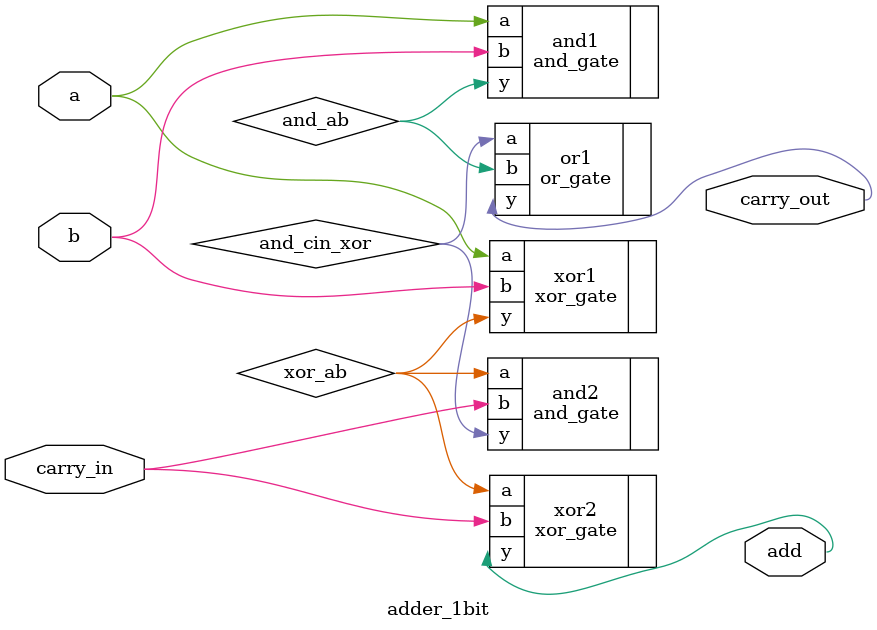
<source format=sv>
`timescale 1ns / 1ps

module adder_1bit(
    input a,
    input b,
    input carry_in,
    output add,
    output carry_out
    );

logic xor_ab;
logic and_ab;
logic and_cin_xor;

//Pimer Half Adder
xor_gate xor1 (
    .a(a),
    .b(b),
    .y(xor_ab)
);

and_gate and1 (
    .a(a),
    .b(b),
    .y(and_ab)
);

//Segundo Half Adder

xor_gate xor2 (
    .a(xor_ab),
    .b(carry_in),
    .y(add)
);

and_gate and2 (
    .a(xor_ab),
    .b(carry_in),
    .y(and_cin_xor)            
);

// OR final para el carry_out

or_gate or1(
    .a(and_cin_xor),
    .b(and_ab),
    .y(carry_out)
);

endmodule

</source>
